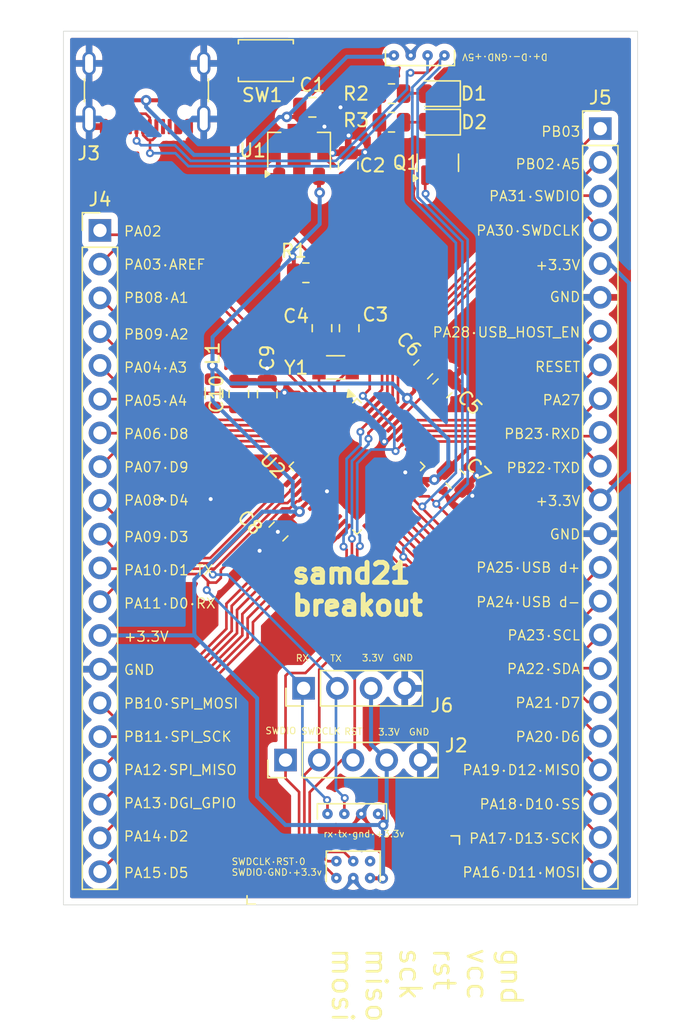
<source format=kicad_pcb>
(kicad_pcb
	(version 20240108)
	(generator "pcbnew")
	(generator_version "8.0")
	(general
		(thickness 1.6)
		(legacy_teardrops no)
	)
	(paper "A4")
	(layers
		(0 "F.Cu" signal)
		(31 "B.Cu" signal)
		(32 "B.Adhes" user "B.Adhesive")
		(33 "F.Adhes" user "F.Adhesive")
		(34 "B.Paste" user)
		(35 "F.Paste" user)
		(36 "B.SilkS" user "B.Silkscreen")
		(37 "F.SilkS" user "F.Silkscreen")
		(38 "B.Mask" user)
		(39 "F.Mask" user)
		(40 "Dwgs.User" user "User.Drawings")
		(41 "Cmts.User" user "User.Comments")
		(42 "Eco1.User" user "User.Eco1")
		(43 "Eco2.User" user "User.Eco2")
		(44 "Edge.Cuts" user)
		(45 "Margin" user)
		(46 "B.CrtYd" user "B.Courtyard")
		(47 "F.CrtYd" user "F.Courtyard")
		(48 "B.Fab" user)
		(49 "F.Fab" user)
		(50 "User.1" user)
		(51 "User.2" user)
		(52 "User.3" user)
		(53 "User.4" user)
		(54 "User.5" user)
		(55 "User.6" user)
		(56 "User.7" user)
		(57 "User.8" user)
		(58 "User.9" user)
	)
	(setup
		(pad_to_mask_clearance 0)
		(allow_soldermask_bridges_in_footprints no)
		(pcbplotparams
			(layerselection 0x00010fc_ffffffff)
			(plot_on_all_layers_selection 0x0000000_00000000)
			(disableapertmacros no)
			(usegerberextensions no)
			(usegerberattributes yes)
			(usegerberadvancedattributes yes)
			(creategerberjobfile yes)
			(dashed_line_dash_ratio 12.000000)
			(dashed_line_gap_ratio 3.000000)
			(svgprecision 4)
			(plotframeref no)
			(viasonmask no)
			(mode 1)
			(useauxorigin no)
			(hpglpennumber 1)
			(hpglpenspeed 20)
			(hpglpendiameter 15.000000)
			(pdf_front_fp_property_popups yes)
			(pdf_back_fp_property_popups yes)
			(dxfpolygonmode yes)
			(dxfimperialunits yes)
			(dxfusepcbnewfont yes)
			(psnegative no)
			(psa4output no)
			(plotreference yes)
			(plotvalue yes)
			(plotfptext yes)
			(plotinvisibletext no)
			(sketchpadsonfab no)
			(subtractmaskfromsilk no)
			(outputformat 1)
			(mirror no)
			(drillshape 0)
			(scaleselection 1)
			(outputdirectory "./samd21-breakout-v0.2")
		)
	)
	(net 0 "")
	(net 1 "+5V")
	(net 2 "GND")
	(net 3 "+3.3V")
	(net 4 "Net-(U2-PA00)")
	(net 5 "Net-(U2-PA01)")
	(net 6 "Net-(U2-VDDCORE)")
	(net 7 "Net-(U2-VDDANA)")
	(net 8 "PA25-USBd+")
	(net 9 "RESET")
	(net 10 "PA24-USBd-")
	(net 11 "PA14-D2")
	(net 12 "PB09-A2")
	(net 13 "PB08-A1")
	(net 14 "PA02")
	(net 15 "PA15-D5")
	(net 16 "PA06-D8")
	(net 17 "PA11-D0-RXI")
	(net 18 "PA13-DGI_GPIO")
	(net 19 "PA04-A3")
	(net 20 "PA09-D3")
	(net 21 "PB10-SPI_MOSI")
	(net 22 "PB11-SPI_SCK")
	(net 23 "PA10-D1-TX0")
	(net 24 "PA08-D4")
	(net 25 "PA07-D9")
	(net 26 "PA05-A4")
	(net 27 "PA03-AREF")
	(net 28 "PA12-SPI_MISO")
	(net 29 "PB22-TXD")
	(net 30 "PA20-D6")
	(net 31 "PA22-SDA")
	(net 32 "PB23-RXD")
	(net 33 "PB02-A5")
	(net 34 "PA23-SCL")
	(net 35 "PA18-D10-SS")
	(net 36 "PA27")
	(net 37 "PB03")
	(net 38 "PA21-D7")
	(net 39 "PA31-SWDIO")
	(net 40 "PA30-SWDCLK")
	(net 41 "PA28-USB_HOST_EN")
	(net 42 "PA19-D12-MISO")
	(net 43 "PA16-D11-MOSI")
	(net 44 "PA17-D13-SCK")
	(net 45 "Net-(D2-A)")
	(net 46 "Net-(D2-K)")
	(net 47 "Net-(D1-A)")
	(net 48 "unconnected-(J3-SBU1-PadA8)")
	(net 49 "unconnected-(J3-CC2-PadB5)")
	(net 50 "unconnected-(J3-CC1-PadA5)")
	(net 51 "unconnected-(J3-SBU2-PadB8)")
	(footprint "Capacitor_SMD:C_0805_2012Metric" (layer "F.Cu") (at 122.225 96.849999 -90))
	(footprint "My_footprint:pad-probe_1x04_P1.27mm_hole" (layer "F.Cu") (at 124.544 132.233))
	(footprint "Capacitor_SMD:C_0805_2012Metric" (layer "F.Cu") (at 132.28 108.18 -45))
	(footprint "Package_TO_SOT_SMD:SOT-23" (layer "F.Cu") (at 130.95 84.4 90))
	(footprint "Package_QFP:TQFP-48_7x7mm_P0.5mm" (layer "F.Cu") (at 124.862124 107.25 -45))
	(footprint "My_footprint:pad-probe_1x04_P1.27mm_hole" (layer "F.Cu") (at 129.546 77.492 180))
	(footprint "Resistor_SMD:R_0805_2012Metric" (layer "F.Cu") (at 127.4625 81.35 180))
	(footprint "Package_TO_SOT_SMD:SOT-89-3" (layer "F.Cu") (at 120.5 83.475 90))
	(footprint "Capacitor_SMD:C_0805_2012Metric" (layer "F.Cu") (at 118.1 101.82 90))
	(footprint "Capacitor_SMD:C_0805_2012Metric" (layer "F.Cu") (at 124.2 84.6 -90))
	(footprint "Connector_PinHeader_2.54mm:PinHeader_1x05_P2.54mm_Vertical" (layer "F.Cu") (at 119.48 129.35 90))
	(footprint "Inductor_SMD:L_0805_2012Metric" (layer "F.Cu") (at 113.99 101.75 90))
	(footprint "Resistor_SMD:R_0805_2012Metric" (layer "F.Cu") (at 121.0125 92.68))
	(footprint "Connector_PinHeader_2.54mm:PinHeader_1x04_P2.54mm_Vertical" (layer "F.Cu") (at 120.84 123.95 90))
	(footprint "LED_SMD:LED_0805_2012Metric" (layer "F.Cu") (at 130.9625 81.35 180))
	(footprint "Capacitor_SMD:C_0805_2012Metric" (layer "F.Cu") (at 129.85 99.95 -135))
	(footprint "Capacitor_SMD:C_0805_2012Metric" (layer "F.Cu") (at 121.5 80.225))
	(footprint "Connector_PinHeader_2.54mm:PinHeader_1x23_P2.54mm_Vertical" (layer "F.Cu") (at 143.19 81.83))
	(footprint "Button_Switch_SMD:SW_Push_SPST_NO_Alps_SKRK" (layer "F.Cu") (at 117.995 76.715))
	(footprint "Capacitor_SMD:C_0805_2012Metric" (layer "F.Cu") (at 124.275 96.85 -90))
	(footprint "Connector_USB:USB_C_Receptacle_GCT_USB4105-xx-A_16P_TopMnt_Horizontal" (layer "F.Cu") (at 109 78 180))
	(footprint "Capacitor_SMD:C_0805_2012Metric" (layer "F.Cu") (at 115.96 101.8 90))
	(footprint "LED_SMD:LED_0805_2012Metric" (layer "F.Cu") (at 130.9625 79.2 180))
	(footprint "Crystal:Crystal_SMD_3215-2Pin_3.2x1.5mm" (layer "F.Cu") (at 123.25 99.8))
	(footprint "Capacitor_SMD:C_0805_2012Metric" (layer "F.Cu") (at 131.3 101.375 45))
	(footprint "My_footprint:pad-probe_2x03_P1.27mm_hole" (layer "F.Cu") (at 124.579 137.595))
	(footprint "Resistor_SMD:R_0805_2012Metric" (layer "F.Cu") (at 127.4625 79.2 180))
	(footprint "Capacitor_SMD:C_0805_2012Metric" (layer "F.Cu") (at 118.95 112.15 -135))
	(footprint "Connector_PinHeader_2.54mm:PinHeader_1x20_P2.54mm_Vertical" (layer "F.Cu") (at 105.5 89.49))
	(gr_rect
		(start 102.75 74.5)
		(end 146 140.25)
		(stroke
			(width 0.05)
			(type default)
		)
		(fill none)
		(layer "Edge.Cuts")
		(uuid "84c8900c-642e-46f1-9900-bbdce55f4341")
	)
	(gr_text "PA24⋅USB d-"
		(at 141.74 117.9 0)
		(layer "F.SilkS")
		(uuid "00730e9b-7897-4a6c-ae57-cb83173ca897")
		(effects
			(font
				(size 0.75 0.75)
				(thickness 0.1)
			)
			(justify right bottom)
		)
	)
	(gr_text "+3.3V"
		(at 107.25 120.5 0)
		(layer "F.SilkS")
		(uuid "0ac4be82-8f78-4e87-b426-220a23e1bccf")
		(effects
			(font
				(size 0.75 0.75)
				(thickness 0.1)
			)
			(justify left bottom)
		)
	)
	(gr_text "PA18⋅D10⋅SS"
		(at 141.74 133.11 0)
		(layer "F.SilkS")
		(uuid "0ffd0f1e-2cf8-4241-8a3b-22548a8b3db4")
		(effects
			(font
				(size 0.75 0.75)
				(thickness 0.1)
			)
			(justify right bottom)
		)
	)
	(gr_text "PB23⋅RXD"
		(at 141.74 105.24 0)
		(layer "F.SilkS")
		(uuid "13bb1ba0-b0d0-43fe-95f5-f15d895356ac")
		(effects
			(font
				(size 0.75 0.75)
				(thickness 0.1)
			)
			(justify right bottom)
		)
	)
	(gr_text "PA31⋅SWDIO"
		(at 141.74 87.35 0)
		(layer "F.SilkS")
		(uuid "1a047fd9-1ed5-41d2-b81d-14b2a44cb977")
		(effects
			(font
				(size 0.75 0.75)
				(thickness 0.1)
			)
			(justify right bottom)
		)
	)
	(gr_text "+3.3V"
		(at 141.74 92.54 0)
		(layer "F.SilkS")
		(uuid "1a8cd086-1b54-4aa2-9476-49a50ff43feb")
		(effects
			(font
				(size 0.75 0.75)
				(thickness 0.1)
			)
			(justify right bottom)
		)
	)
	(gr_text "PA25⋅USB d+"
		(at 141.74 115.3 0)
		(layer "F.SilkS")
		(uuid "1e9407bc-1872-4a24-b312-36fc0b1ad691")
		(effects
			(font
				(size 0.75 0.75)
				(thickness 0.1)
			)
			(justify right bottom)
		)
	)
	(gr_text "PA17⋅D13⋅SCK"
		(at 141.74 135.69 0)
		(layer "F.SilkS")
		(uuid "1f54b193-38ae-4ee8-b8c9-ad9ad18ae02f")
		(effects
			(font
				(size 0.75 0.75)
				(thickness 0.1)
			)
			(justify right bottom)
		)
	)
	(gr_text "PB22⋅TXD"
		(at 141.74 107.8 0)
		(layer "F.SilkS")
		(uuid "258baa87-f7db-43a4-9fe4-8017c011907d")
		(effects
			(font
				(size 0.75 0.75)
				(thickness 0.1)
			)
			(justify right bottom)
		)
	)
	(gr_text "GND"
		(at 127.51 121.95 0)
		(layer "F.SilkS")
		(uuid "2f88c892-3a59-45a7-b0cf-2c8618fec903")
		(effects
			(font
				(size 0.5 0.5)
				(thickness 0.075)
			)
			(justify left bottom)
		)
	)
	(gr_text "GND"
		(at 128.73 127.53 0)
		(layer "F.SilkS")
		(uuid "310d7231-f5c5-4be1-b34d-5246d6377e48")
		(effects
			(font
				(size 0.5 0.5)
				(thickness 0.075)
			)
			(justify left bottom)
		)
	)
	(gr_text "gnd\nvcc\nrst\nsck\nmiso\nmosi\n"
		(at 137.42 143.38 270)
		(layer "F.SilkS")
		(uuid "38e9c37f-b153-4ae9-8d98-69d3b4bae399")
		(effects
			(font
				(size 1.58 1.58)
				(thickness 0.2)
			)
			(justify left top)
		)
	)
	(gr_text "3.3V"
		(at 126.41 127.54 0)
		(layer "F.SilkS")
		(uuid "3a3ac4ce-75ac-4ee8-95c2-de4eafc98ec3")
		(effects
			(font
				(size 0.5 0.5)
				(thickness 0.075)
			)
			(justify left bottom)
		)
	)
	(gr_text "SWDCLK"
		(at 120.61 127.47 0)
		(layer "F.SilkS")
		(uuid "402e240d-ebcd-4209-a156-e1fcdf34ee3f")
		(effects
			(font
				(size 0.5 0.5)
				(thickness 0.075)
			)
			(justify left bottom)
		)
	)
	(gr_text "GND"
		(at 141.74 112.8 0)
		(layer "F.SilkS")
		(uuid "425ee62f-4f87-4aa7-bd10-bf26bd18afb8")
		(effects
			(font
				(size 0.75 0.75)
				(thickness 0.1)
			)
			(justify right bottom)
		)
	)
	(gr_text "PA21⋅D7"
		(at 141.73 125.48 0)
		(layer "F.SilkS")
		(uuid "429ade3f-5d81-4523-88c3-60850f7e81f5")
		(effects
			(font
				(size 0.75 0.75)
				(thickness 0.1)
			)
			(justify right bottom)
		)
	)
	(gr_text "PB08⋅A1"
		(at 107.25 95 0)
		(layer "F.SilkS")
		(uuid "49182064-9104-4d38-a8f9-d0e27f4e27fe")
		(effects
			(font
				(size 0.75 0.75)
				(thickness 0.1)
			)
			(justify left bottom)
		)
	)
	(gr_text "PA08⋅D4"
		(at 107.25 110.25 0)
		(layer "F.SilkS")
		(uuid "49edef2c-64ed-4527-82c5-b5bcbcd5fabc")
		(effects
			(font
				(size 0.75 0.75)
				(thickness 0.1)
			)
			(justify left bottom)
		)
	)
	(gr_text "RX"
		(at 120.21 121.97 0)
		(layer "F.SilkS")
		(uuid "4e9ba158-c807-482b-8935-175296787bd8")
		(effects
			(font
				(size 0.5 0.5)
				(thickness 0.075)
			)
			(justify left bottom)
		)
	)
	(gr_text "PA04⋅A3"
		(at 107.25 100.25 0)
		(layer "F.SilkS")
		(uuid "511f26ad-f488-4c0c-9a23-c0bbb4bb6434")
		(effects
			(font
				(size 0.75 0.75)
				(thickness 0.1)
			)
			(justify left bottom)
		)
	)
	(gr_text "PA22⋅SDA"
		(at 141.73 122.93 0)
		(layer "F.SilkS")
		(uuid "5b5ece95-0d4a-44fe-97ff-a7b5e4404836")
		(effects
			(font
				(size 0.75 0.75)
				(thickness 0.1)
			)
			(justify right bottom)
		)
	)
	(gr_text "PB11⋅SPI_SCK"
		(at 107.24 128.03 0)
		(layer "F.SilkS")
		(uuid "63bc2e8a-421d-42a9-aad2-1e4ec6b7781c")
		(effects
			(font
				(size 0.75 0.75)
				(thickness 0.1)
			)
			(justify left bottom)
		)
	)
	(gr_text "PA02"
		(at 107.25 90 0)
		(layer "F.SilkS")
		(uuid "67338ee7-49a3-4030-82f2-00eaf1d46577")
		(effects
			(font
				(size 0.75 0.75)
				(thickness 0.1)
			)
			(justify left bottom)
		)
	)
	(gr_text "PA20⋅D6"
		(at 141.74 128.04 0)
		(layer "F.SilkS")
		(uuid "6a499bd6-6ce3-4354-a3fb-0fd2f7517381")
		(effects
			(font
				(size 0.75 0.75)
				(thickness 0.1)
			)
			(justify right bottom)
		)
	)
	(gr_text "PA28⋅USB_HOST_EN"
		(at 141.74 97.6 0)
		(layer "F.SilkS")
		(uuid "6bc9d09c-90c6-4417-97f6-53280e5c5b80")
		(effects
			(font
				(size 0.75 0.75)
				(thickness 0.1)
			)
			(justify right bottom)
		)
	)
	(gr_text "PA23⋅SCL"
		(at 141.73 120.4 0)
		(layer "F.SilkS")
		(uuid "70829bf1-0641-4b77-a58b-7e0eabfe93a4")
		(effects
			(font
				(size 0.75 0.75)
				(thickness 0.1)
			)
			(justify right bottom)
		)
	)
	(gr_text "+3.3V"
		(at 141.74 110.29 0)
		(layer "F.SilkS")
		(uuid "73aa8a34-7adb-45ab-940f-99db8aae0063")
		(effects
			(font
				(size 0.75 0.75)
				(thickness 0.1)
			)
			(justify right bottom)
		)
	)
	(gr_text "PA07⋅D9"
		(at 107.25 107.75 0)
		(layer "F.SilkS")
		(uuid "74115ef4-0da7-45cc-bfbf-e45ee30678fa")
		(effects
			(font
				(size 0.75 0.75)
				(thickness 0.1)
			)
			(justify left bottom)
		)
	)
	(gr_text "PA03⋅AREF"
		(at 107.25 92.5 0)
		(layer "F.SilkS")
		(uuid "78561343-c13a-4fc7-85d2-588462d09ab7")
		(effects
			(font
				(size 0.75 0.75)
				(thickness 0.1)
			)
			(justify left bottom)
		)
	)
	(gr_text "SWDCLK⋅RST⋅0\nSWDIO⋅GND⋅+3.3v"
		(at 115.38 138.09 0)
		(layer "F.SilkS")
		(uuid "7f93f0c0-4154-46c4-b6e6-5b5fa3498fbd")
		(effects
			(font
				(size 0.5 0.5)
				(thickness 0.075)
			)
			(justify left bottom)
		)
	)
	(gr_text "PA14⋅D2"
		(at 107.24 135.53 0)
		(layer "F.SilkS")
		(uuid "83e918ed-c9a1-46d3-afd8-3acb13a1d0cf")
		(effects
			(font
				(size 0.75 0.75)
				(thickness 0.1)
			)
			(justify left bottom)
		)
	)
	(gr_text "PB03"
		(at 141.75 82.5 0)
		(layer "F.SilkS")
		(uuid "85a2700b-c1ad-4a72-8fb7-3e2f7f9e3605")
		(effects
			(font
				(size 0.75 0.75)
				(thickness 0.1)
			)
			(justify right bottom)
		)
	)
	(gr_text "PA16⋅D11⋅MOSI"
		(at 141.74 138.24 0)
		(layer "F.SilkS")
		(uuid "872eb420-381b-4260-a1cd-88e613f13bcb")
		(effects
			(font
				(size 0.75 0.75)
				(thickness 0.1)
			)
			(justify right bottom)
		)
	)
	(gr_text "TX"
		(at 122.8 121.99 0)
		(layer "F.SilkS")
		(uuid "924eabc3-94bb-48d5-b5f6-2d6e684588a7")
		(effects
			(font
				(size 0.5 0.5)
				(thickness 0.075)
			)
			(justify left bottom)
		)
	)
	(gr_text "PA19⋅D12⋅MISO"
		(at 141.74 130.54 0)
		(layer "F.SilkS")
		(uuid "959c4ce5-2002-4154-8a1a-d8224254fb2a")
		(effects
			(font
				(size 0.75 0.75)
				(thickness 0.1)
			)
			(justify right bottom)
		)
	)
	(gr_text "PA15⋅D5"
		(at 107.24 138.28 0)
		(layer "F.SilkS")
		(uuid "95b84aae-064e-451c-9357-59937f9e37ae")
		(effects
			(font
				(size 0.75 0.75)
				(thickness 0.1)
			)
			(justify left bottom)
		)
	)
	(gr_text "PA30⋅SWDCLK"
		(at 141.74 89.94 0)
		(layer "F.SilkS")
		(uuid "9e05299f-a88f-42bb-ba5a-33f935e3c461")
		(effects
			(font
				(size 0.75 0.75)
				(thickness 0.1)
			)
			(justify right bottom)
		)
	)
	(gr_text "D+⋅D-⋅GND⋅+5V"
		(at 132.74 76.15 180)
		(layer "F.SilkS")
		(uuid "a17263ae-a7db-45da-a3f0-f81cf1db4d4b")
		(effects
			(font
				(size 0.5 0.5)
				(thickness 0.075)
			)
			(justify right bottom)
		)
	)
	(gr_text "GND"
		(at 107.25 123 0)
		(layer "F.SilkS")
		(uuid "a193af7a-981e-41cb-8910-6ac4786a97b8")
		(effects
			(font
				(size 0.75 0.75)
				(thickness 0.1)
			)
			(justify left bottom)
		)
	)
	(gr_text "RST"
		(at 123.86 127.5 0)
		(layer "F.SilkS")
		(uuid "ae9477be-1129-46c8-bd7c-bf09859e1085")
		(effects
			(font
				(size 0.5 0.5)
				(thickness 0.075)
			)
			(justify left bottom)
		)
	)
	(gr_text "PA27"
		(at 141.74 102.7 0)
		(layer "F.SilkS")
		(uuid "b55581d5-3136-487e-bc7d-d64db02d9e39")
		(effects
			(font
				(size 0.75 0.75)
				(thickness 0.1)
			)
			(justify right bottom)
		)
	)
	(gr_text "PA12⋅SPI_MISO"
		(at 107.24 130.53 0)
		(layer "F.SilkS")
		(uuid "b6c9baf2-f6eb-43bc-8a3c-52816a00a105")
		(effects
			(font
				(size 0.75 0.75)
				(thickness 0.1)
			)
			(justify left bottom)
		)
	)
	(gr_text "GND"
		(at 141.74 94.94 0)
		(layer "F.SilkS")
		(uuid "b75f3ffb-a725-46af-9ae7-17a959291052")
		(effects
			(font
				(size 0.75 0.75)
				(thickness 0.1)
			)
			(justify right bottom)
		)
	)
	(gr_text "SWDIO"
		(at 117.92 127.44 0)
		(layer "F.SilkS")
		(uuid "bf75db69-2a6b-4780-b17d-d179ed5eaf8c")
		(effects
			(font
				(size 0.5 0.5)
				(thickness 0.075)
			)
			(justify left bottom)
		)
	)
	(gr_text "PA05⋅A4"
		(at 107.25 102.75 0)
		(layer "F.SilkS")
		(uuid "c636330a-ba90-4e56-87ad-69601a13bc5f")
		(effects
			(font
				(size 0.75 0.75)
				(thickness 0.1)
			)
			(justify left bottom)
		)
	)
	(gr_text "PA09⋅D3"
		(at 107.25 113 0)
		(layer "F.SilkS")
		(uuid "d32ac23e-8647-4202-9c59-19be43b57a18")
		(effects
			(font
				(size 0.75 0.75)
				(thickness 0.1)
			)
			(justify left bottom)
		)
	)
	(gr_text "PA10⋅D1⋅TX"
		(at 107.25 115.5 0)
		(layer "F.SilkS")
		(uuid "d3514576-f9e5-40e2-a32c-a8f6771d0fc8")
		(effects
			(font
				(size 0.75 0.75)
				(thickness 0.1)
			)
			(justify left bottom)
		)
	)
	(gr_text "3.3V"
		(at 125.19 121.96 0)
		(layer "F.SilkS")
		(uuid "dee6c40d-aebb-480a-a7c8-ec3884b9fa76")
		(effects
			(font
				(size 0.5 0.5)
				(thickness 0.075)
			)
			(justify left bottom)
		)
	)
	(gr_text "PB09⋅A2"
		(at 107.25 97.75 0)
		(layer "F.SilkS")
		(uuid "e0bd88bd-19c7-451e-b94d-bb46ea9a8ff4")
		(effects
			(font
				(size 0.75 0.75)
				(thickness 0.1)
			)
			(justify left bottom)
		)
	)
	(gr_text "PA06⋅D8"
		(at 107.25 105.25 0)
		(layer "F.SilkS")
		(uuid "e5cd5abd-d521-4e69-848b-7cf4affbeb2c")
		(effects
			(font
				(size 0.75 0.75)
				(thickness 0.1)
			)
			(justify left bottom)
		)
	)
	(gr_text "rx⋅tx⋅gnd⋅+3.3v"
		(at 122.29 135.2 0)
		(layer "F.SilkS")
		(uuid "ec123a95-e484-440b-b212-117e52344695")
		(effects
			(font
				(size 0.5 0.5)
				(thickness 0.075)
			)
			(justify left bottom)
		)
	)
	(gr_text "PB10⋅SPI_MOSI"
		(at 107.24 125.53 0)
		(layer "F.SilkS")
		(uuid "ed417f90-dbb6-44ed-b552-5d858fb926ef")
		(effects
			(font
				(size 0.75 0.75)
				(thickness 0.1)
			)
			(justify left bottom)
		)
	)
	(gr_text "samd21\nbreakout"
		(at 119.8 118.59 0)
		(layer "F.SilkS")
		(uuid "efc9228a-33bb-4669-b870-10e08e597cb0")
		(effects
			(font
				(size 1.5 1.5)
				(thickness 0.5)
			)
			(justify left bottom)
		)
	)
	(gr_text "PA13⋅DGI_GPIO"
		(at 107.24 133.03 0)
		(layer "F.SilkS")
		(uuid "f61478b0-8576-4950-9246-047a1a57338a")
		(effects
			(font
				(size 0.75 0.75)
				(thickness 0.1)
			)
			(justify left bottom)
		)
	)
	(gr_text "PB02⋅A5"
		(at 141.74 84.94 0)
		(layer "F.SilkS")
		(uuid "f7b0abcf-5a69-4ddb-b7b2-70ac5442d158")
		(effects
			(font
				(size 0.75 0.75)
				(thickness 0.1)
			)
			(justify right bottom)
		)
	)
	(gr_text "RESET"
		(at 141.74 100.2 0)
		(layer "F.SilkS")
		(uuid "f7fb3fde-ffe7-4b5a-b8df-2dd7724095c4")
		(effects
			(font
				(size 0.75 0.75)
				(thickness 0.1)
			)
			(justify right bottom)
		)
	)
	(gr_text "PA11⋅D0⋅RX"
		(at 107.25 118 0)
		(layer "F.SilkS")
		(uuid "f88a31c3-c202-479b-b0b7-642ddc307355")
		(effects
			(font
				(size 0.75 0.75)
				(thickness 0.1)
			)
			(justify left bottom)
		)
	)
	(segment
		(start 120.175 80.95)
		(end 120.55 81.325)
		(width 0.3)
		(layer "F.Cu")
		(net 1)
		(uuid "054546e0-2b1a-4aee-a7ee-74d9eed96234")
	)
	(segment
		(start 120.55 80.225)
		(end 120.55 81.325)
		(width 0.3)
		(layer "F.Cu")
		(net 1)
		(uuid "3b196ca2-f547-4053-9e6d-0d7ef886852e")
	)
	(segment
		(start 119.575 80.95)
		(end 120.175 80.95)
		(width 0.3)
		(layer "F.Cu")
		(net 1)
		(uuid "6b627be9-542a-4529-8f2e-2a3db1b0388f")
	)
	(segment
		(start 108.975 79.7)
		(end 108.040305 79.7)
		(width 0.3)
		(layer "F.Cu")
		(net 1)
		(uuid "6c902a83-8a29-414a-921e-b1362b4b4f2d")
	)
	(segment
		(start 106.6 81.140305)
		(end 106.6 81.68)
		(width 0.3)
		(layer "F.Cu")
		(net 1)
		(uuid "77b5d2d6-6e06-4a41-b658-ac397241b574")
	)
	(segment
		(start 120.55 81.325)
		(end 120.55 85.2875)
		(width 0.3)
		(layer "F.Cu")
		(net 1)
		(uuid "8fdbcd8f-7b04-40bd-b9c5-824ced1c5534")
	)
	(segment
		(start 108.975 79.7)
		(end 109.94812 79.7)
		(width 0.3)
		(layer "F.Cu")
		(net 1)
		(uuid "c242308c-c705-47db-8802-a6c972b8c9e4")
	)
	(segment
		(start 108.040305 79.7)
		(end 106.6 81.140305)
		(width 0.3)
		(layer "F.Cu")
		(net 1)
		(uuid "d1c6d5c3-6198-42a6-8821-cce77301567b")
	)
	(segment
		(start 109.94812 79.7)
		(end 111.4 81.15188)
		(width 0.3)
		(layer "F.Cu")
		(net 1)
		(uuid "e1a7a118-4a0c-466d-b806-8b64984d3328")
	)
	(segment
		(start 111.4 81.15188)
		(end 111.4 81.68)
		(width 0.3)
		(layer "F.Cu")
		(net 1)
		(uuid "f467257c-951d-4d62-81d6-a4827b3d4610")
	)
	(via
		(at 119.575 80.95)
		(size 0.8)
		(drill 0.4)
		(layers "F.Cu" "B.Cu")
		(net 1)
		(uuid "17825428-bfb4-46ee-8f6d-0a238a3cc5cc")
	)
	(via
		(at 108.975 79.7)
		(size 0.8)
		(drill 0.4)
		(layers "F.Cu" "B.Cu")
		(net 1)
		(uuid "e1d44a58-51ae-4356-8c04-082c00afa950")
	)
	(segment
		(start 119.01 80.95)
		(end 116.15 83.81)
		(width 0.3)
		(layer "B.Cu")
		(net 1)
		(uuid "083cac00-07d1-4fb7-bf9d-73ee0f64391b")
	)
	(segment
		(start 126.9 76.325)
		(end 127.64 76.325)
		(width 0.3)
		(layer "B.Cu")
		(net 1)
		(uuid "11551b93-3159-4e41-9a74-eb2527091e85")
	)
	(segment
		(start 108.975 80.205)
		(end 108.975 79.7)
		(width 0.3)
		(layer "B.Cu")
		(net 1)
		(uuid "14a189e6-1bad-4268-9640-68372b1b0542")
	)
	(segment
		(start 116.15 83.81)
		(end 112.58 83.81)
		(width 0.3)
		(layer "B.Cu")
		(net 1)
		(uuid "1e372007-d5b0-4971-a1ed-cf457c44c2cd")
	)
	(segment
		(start 126.8 76.425)
		(end 124.1 76.425)
		(width 0.3)
		(layer "B.Cu")
		(net 1)
		(uuid "28428f24-a436-4bf4-a70b-6a9760bdd36d")
	)
	(segment
		(start 112.58 83.81)
		(end 108.975 80.205)
		(width 0.3)
		(layer "B.Cu")
		(net 1)
		(uuid "284442d7-55a5-495d-93c0-1d62e3d8fe44")
	)
	(segment
		(start 119.575 80.95)
		(end 119.01 80.95)
		(width 0.3)
		(layer "B.Cu")
		(net 1)
		(uuid "36c4ae12-3a42-4fb2-9aa7-d311c0f05e90")
	)
	(segment
		(start 124.1 76.425)
		(end 119.575 80.95)
		(width 0.3)
		(layer "B.Cu")
		(net 1)
		(uuid "458322a2-57f5-4792-af08-34d16a515a69")
	)
	(segment
		(start 126.8 76.425)
		(end 126.9 76.325)
		(width 0.3)
		(layer "B.Cu")
		(net 1)
		(uuid "7860cf0b-8250-4cad-9415-740ec9f325d5")
	)
	(segment
		(start 118.9 112.2)
		(end 118.278249 112.821751)
		(width 0.3)
		(layer "F.Cu")
		(net 2)
		(uuid "0207cc63-a202-4600-a207-fdd3f864c911")
	)
	(segment
		(start 128.5 107.705896)
		(end 129.396446 108.602342)
		(width 0.3)
		(layer "F.Cu")
		(net 2)
		(uuid "09ab84a6-1057-4264-a1d1-e1bfaadc1ea5")
	)
	(segment
		(start 119.4 101.7)
		(end 118.929999 101.7)
		(width 0.3)
		(layer "F.Cu")
		(net 2)
		(uuid "1a50cf3b-ed1f-4e3f-ad5d-1952fd67a1f6")
	)
	(segment
		(start 118.9 112.175)
		(end 118.9 112.2)
		(width 0.3)
		(layer "F.Cu")
		(net 2)
		(uuid "553fef92-5c47-4671-93cb-bcc1fc17c149")
	)
	(segment
		(start 126.92 105.38)
		(end 127.085678 105.38)
		(width 0.3)
		(layer "F.Cu")
		(net 2)
		(uuid "65cdb944-fa19-45ec-81b7-e9697386a3ff")
	)
	(segment
		(start 121.861393 103.188607)
		(end 121.861393 103.090936)
		(width 0.3)
		(layer "F.Cu")
		(net 2)
		(uuid "670ea6cd-c00a-4b19-b90b-a93e41c1f912")
	)
	(segment
		(start 128.5 107.7)
		(end 128.5 107.705896)
		(width 0.3)
		(layer "F.Cu")
		(net 2)
		(uuid "6c7f25be-16cb-43f0-a326-8296a65714eb")
	)
	(segment
		(start 121.861393 103.090936)
		(end 121.860936 103.090936)
		(width 0.3)
		(layer "F.Cu")
		(net 2)
		(uuid "92cc8c9e-90ca-4e9d-809f-d107cb6d239a")
	)
	(segment
		(start 120.47 101.7)
		(end 119.4 101.7)
		(width 0.3)
		(layer "F.Cu")
		(net 2)
		(uuid "9ff56f00-48f2-4950-b1cc-959cfedbefc1")
	)
	(segment
		(start 122.449122 103.776338)
		(end 121.861393 103.188607)
		(width 0.3)
		(layer "F.Cu")
		(net 2)
		(uuid "a3817a89-6418-4e5e-8560-14ac8c3d8d99")
	)
	(segment
		(start 122.6 109.15857)
		(end 121.742015 110.016555)
		(width 0.3)
		(layer "F.Cu")
		(net 2)
		(uuid "b0efb133-8cc2-4132-a0cc-5dc013f01a60")
	)
	(segment
		(start 121.860936 103.090936)
		(end 120.47 101.7)
		(width 0.3)
		(layer "F.Cu")
		(net 2)
		(uuid "ba70c9fd-9b24-4a37-aa7e-ac769d41b930")
	)
	(segment
		(start 118.929999 101.7)
		(end 118.1 100.870001)
		(width 0.3)
		(layer "F.Cu")
		(net 2)
		(uuid "d3d76ca2-0ddd-40b6-ab19-e31ba3e98466")
	)
	(segment
		(start 127.085678 105.38)
		(end 127.982233 104.483445)
		(width 0.3)
		(layer "F.Cu")
		(net 2)
		(uuid "d5537b3b-9c16-4ea4-92ee-a7db67cc438a")
	)
	(segment
		(start 122.6 109.125)
		(end 122.6 109.15857)
		(width 0.3)
		(layer "F.Cu")
		(net 2)
		(uuid "fe603adb-bad4-43d4-a0af-1ee146dd5b6c")
	)
	(via
		(at 133.55 109.46)
		(size 0.6)
		(drill 0.3)
		(layers "F.Cu" "B.Cu")
		(free yes)
		(net 2)
		(uuid "04055570-d689-42c8-9bf4-a5788737aa03")
	)
	(via
		(at 117.525 113.6)
		(size 0.6)
		(drill 0.3)
		(layers "F.Cu" "B.Cu")
		(free yes)
		(net 2)
		(uuid "0bb15075-31cf-4153-97cb-af31e4a9601b")
	)
	(via
		(at 118.09 99.87)
		(size 0.6)
		(drill 0.3)
		(layers "F.Cu" "B.Cu")
		(free yes)
		(net 2)
		(uuid "0c8e260e-6867-405b-a59b-0908815d6861")
	)
	(via
		(at 122.6 109.125)
		(size 0.6)
		(drill 0.3)
		(layers "F.Cu" "B.Cu")
		(free yes)
		(net 2)
		(uuid "1d893157-f8fc-4f85-a2f1-eefbc4b58c1b")
	)
	(via
		(at 125.47 83.61)
		(size 0.6)
		(drill 0.3)
		(layers "F.Cu" "B.Cu")
		(free yes)
		(net 2)
		(uuid "3a4ecc81-9f98-4236-ac09-0e8caa9fd59a")
	)
	(via
		(at 113.84 109.71)
		(size 0.6)
		(drill 0.3)
		(layers "F.Cu" "B.Cu")
		(free yes)
		(net 2)
		(uuid "48ef149f-4c6f-4d21-b9f0-419ba4110f0e")
	)
	(via
		(at 123.62 80.23)
		(size 0.6)
		(drill 0.3)
		(layers "F.Cu" "B.Cu")
		(free yes)
		(net 2)
		(uuid "6618d9b5-9345-4204-b0f5-00fb759eee1e")
	)
	(via
		(at 124.23 82.35)
		(size 0.6)
		(drill 0.3)
		(layers "F.Cu" "B.Cu")
		(free yes)
		(net 2)
		(uuid "73775044-a651-4734-b523-347d17ac44b5")
	)
	(via
		(at 133.89 107.95)
		(size 0.6)
		(drill 0.3)
		(layers "F.Cu" "B.Cu")
		(free yes)
		(net 2)
		(uuid "752aa0e1-2cf2-44cf-bb48-f2aa36075880")
	)
	(via
		(at 126.92 105.38)
		(size 0.6)
		(drill 0.3)
		(layers "F.Cu" "B.Cu")
		(free yes)
		(net 2)
		(uuid "a5e0bbb6-4e27-4df0-95ef-d8d9d3edf491")
	)
	(via
		(at 119.4 101.7)
		(size 0.6)
		(drill 0.3)
		(layers "F.Cu" "B.Cu")
		(net 2)
		(uuid "bad52bc7-30f8-4d02-946f-bf5f7389fec4")
	)
	(via
		(at 118.9 112.175)
		(size 0.6)
		(drill 0.3)
		(layers "F.Cu" "B.Cu")
		(free yes)
		(net 2)
		(uuid "bd2d30fd-a6ec-4d74-b4f2-532b86efb08c")
	)
	(via
		(at 110.17 109.71)
		(size 0.6)
		(drill 0.3)
		(layers "F.Cu" "B.Cu")
		(free yes)
		(net 2)
		(uuid "d24c9525-3a26-4093-87fc-90ae583e5dc6")
	)
	(via
		(at 122.41 81.68)
		(size 0.6)
		(drill 0.3)
		(layers "F.Cu" "B.Cu")
		(free yes)
		(net 2)
		(uuid "d5bedc7e-1f93-4872-a10a-2de5c39bc320")
	)
	(via
		(at 123.02 83.66)
		(size 0.6)
		(drill 0.3)
		(layers "F.Cu" "B.Cu")
		(free yes)
		(net 2)
		(uuid "dce7907d-2125-451c-90df-1bcddce28f2d")
	)
	(via
		(at 128.5 107.7)
		(size 0.6)
		(drill 0.3)
		(layers "F.Cu" "B.Cu")
		(free yes)
		(net 2)
		(uuid "ec9c6d0e-0466-4bd0-8c2e-e0349a6aec12")
	)
	(segment
		(start 131.608249 107.508249)
		(end 133.256498 105.86)
		(width 0.3)
		(layer "F.Cu")
		(net 3)
		(uuid "1337619a-bcba-4961-98c7-7f5d99e58ed2")
	)
	(segment
		(start 122.025 86.65)
		(end 122.05 86.65)
		(width 0.3)
		(layer "F.Cu")
		(net 3)
		(uuid "1b830dba-1c2e-4b79-8e4c-8bb7e61a2b7f")
	)
	(segment
		(start 130.951212 108.248788)
		(end 131.5 107.7)
		(width 0.4)
		(layer "F.Cu")
		(net 3)
		(uuid "237acc97-a49a-4460-8cb2-c70bc64710d8")
	)
	(segment
		(start 126.55 79.2)
		(end 126.55 81.35)
		(width 0.3)
		(layer "F.Cu")
		(net 3)
		(uuid "251a6e33-5754-483b-b8e2-dd0043d6545b")
	)
	(segment
		(start 113.97 99.67)
		(end 113.97 100.6675)
		(width 0.3)
		(layer "F.Cu")
		(net 3)
		(uuid "26534f19-e51d-43de-8b1c-90f5e4a907e3")
	)
	(segment
		(start 120.794056 110.25741)
		(end 119.621751 111.429715)
		(width 0.3)
		(layer "F.Cu")
		(net 3)
		(uuid "304c91aa-88ed-4dd9-b3f7-b1932f6e2da8")
	)
	(segment
		(start 133.256498 105.86)
		(end 139.325 105.86)
		(width 0.3)
		(layer "F.Cu")
		(net 3)
		(uuid "351b339a-db43-46ad-b904-9081484bbf8c")
	)
	(segment
		(start 126.83 134.24)
		(end 126.83 133.78)
		(width 0.3)
		(layer "F.Cu")
		(net 3)
		(uuid "35210c34-bf72-41b8-9d54-3a66fc2e9e68")
	)
	(segment
		(start 125.87 138.25)
		(end 125.85 138.23)
		(width 0.3)
		(layer "F.Cu")
		(net 3)
		(uuid "35845d6e-732a-424f-b6e6-c67ad4089766")
	)
	(segment
		(start 139.325 105.86)
		(end 143.2 109.735)
		(width 0.3)
		(layer "F.Cu")
		(net 3)
		(uuid "3b58aa9e-d1bc-4f27-bcdf-43b4a1c4b888")
	)
	(segment
		(start 126.8 138.25)
		(end 125.87 138.25)
		(width 0.3)
		(layer "F.Cu")
		(net 3)
		(uuid "3de1559c-6f8b-48c2-a30c-f24186c5d22c")
	)
	(segment
		(start 128.65 102.401464)
		(end 127.275126 103.776338)
		(width 0.3)
		(layer "F.Cu")
		(net 3)
		(uuid "4c9b1443-2fcd-4325-98ed-6593a2166a5b")
	)
	(segment
		(start 120.1 91.53)
		(end 120.02 91.45)
		(width 0.3)
		(layer "F.Cu")
		(net 3)
		(uuid "561684d6-d2bf-41e7-8021-5eb7e6622992")
	)
	(segment
		(start 126.55 84.96)
		(end 126.55 81.35)
		(width 0.3)
		(layer "F.Cu")
		(net 3)
		(uuid "5dcbb5ba-2026-4c18-bcbd-779d694a8d3e")
	)
	(segment
		(start 128.65 102.118621)
		(end 128.65 102.401464)
		(width 0.3)
		(layer "F.Cu")
		(net 3)
		(uuid "60c4cc3b-93dd-4035-83e9-d8aaaa57a2cd")
	)
	(segment
		(start 122 85.425)
		(end 122 86.675)
		(width 0.3)
		(layer "F.Cu")
		(net 3)
		(uuid "6c71f2f0-8b0f-4d91-8755-92f064e26f8d")
	)
	(segment
		(start 124.2 85.55)
		(end 125.96 85.55)
		(width 0.3)
		(layer "F.Cu")
		(net 3)
		(uuid "6dad00e1-916e-42bf-abf9-1c10d9e9d83f")
	)
	(segment
		(start 125.96 85.55)
		(end 126.55 84.96)
		(width 0.3)
		(layer "F.Cu")
		(net 3)
		(uuid "7de8fb53-7805-462f-a442-b836aa7cd310")
	)
	(segment
		(start 122 86.675)
		(end 122.025 86.65)
		(width 0.3)
		(layer "F.Cu")
		(net 3)
		(uuid "81ba4f9a-fe47-44bd-9842-0e217d50a9b6")
	)
	(segment
		(start 130.69 108.248788)
		(end 130.951212 108.248788)
		(width 0.4)
		(layer "F.Cu")
		(net 3)
		(uuid "8c3aa45d-1e52-4b0a-a10a-7378e10aa77c")
	)
	(segment
		(start 129.75 108.248788)
		(end 130.69 108.248788)
		(width 0.4)
		(layer "F.Cu")
		(net 3)
		(uuid "9181291c-a103-4ea8-acef-4f160f825b99")
	)
	(segment
		(start 122 85.425)
		(end 124.075 85.425)
		(width 0.3)
		(layer "F.Cu")
		(net 3)
		(uuid "95c523b2-112e-499c-8d83-c854c1c11933")
	)
	(segment
		(start 121.388462 109.663002)
		(end 120.794056 110.25741)
		(width 0.3)
		(layer "F.Cu")
		(net 3)
		(uuid "9adf417c-bd36-4cb4-9186-f55d993664fe")
	)
	(segment
		(start 129.178249 100.621751)
		(end 129.178249 101.590372)
		(width 0.3)
		(layer "F.Cu")
		(net 3)
		(uuid "c967b7dc-d235-445d-9c13-7f3742b2d0b8")
	)
	(segment
		(start 120.1 92.68)
		(end 120.1 91.53)
		(width 0.3)
		(layer "F.Cu")
		(net 3)
		(uuid "cde69f1c-f646-4fc8-afca-a0eadb52f1c0")
	)
	(segment
		(start 126.83 133.78)
		(end 126.45 133.4)
		(width 0.3)
		(layer "F.Cu")
		(net 3)
		(uuid "d25c3f0a-2f8e-4d8d-9903-7a6afcfceae9")
	)
	(segment
		(start 129.178249 101.590372)
		(end 128.65 102.118621)
		(width 0.3)
		(layer "F.Cu")
		(net 3)
		(uuid "fe57e786-b9d9-41c8-a300-b652f911961d")
	)
	(via
		(at 120.02 91.45)
		(size 0.6)
		(drill 0.3)
		(layers "F.Cu" "B.Cu")
		(net 3)
		(uuid "016a5338-dc00-4641-a6cc-6ed7539d960c")
	)
	(via
		(at 126.83 134.24)
		(size 0.8)
		(drill 0.4)
		(layers "F.Cu" "B.Cu")
		(net 3)
		(uuid "2e1104f2-6eef-44b4-9bed-7224696bf8b7")
	)
	(via
		(at 126.8 138.25)
		(size 0.8)
		(drill 0.4)
		(layers "F.Cu" "B.Cu")
		(net 3)
		(uuid "5e670826-983c-4557-b82f-3e2d8bba28c2")
	)
	(via
		(at 122.05 86.65)
		(size 0.8)
		(drill 0.4)
		(layers "F.Cu" "B.Cu")
		(net 3)
		(uuid "65a565af-6e16-4e54-b28a-a532fd78b437")
	)
	(via
		(at 120.536443 110.656443)
		(size 0.8)
		(drill 0.4)
		(layers "F.Cu" "B.Cu")
		(net 3)
		(uuid "69f9c10c-0c53-4c4c-a195-d65edcb28066")
	)
	(via
		(at 130.69 108.248788)
		(size 0.8)
		(drill 0.4)
		(layers "F.Cu" "B.Cu")
		(net 3)
		(uuid "840fdb7f-21ae-42bd-ae6c-ba2ec16fd17d")
	)
	(via
		(at 113.97 99.67)
		(size 0.8)
		(drill 0.4)
		(layers "F.Cu" "B.Cu")
		(net 3)
		(uuid "c70cf229-ec70-4c2d-a425-8be62b32925c")
	)
	(via
		(at 128.65 102.118621)
		(size 0.8)
		(drill 0.4)
		(layers "F.Cu" "B.Cu")
		(net 3)
		(uuid "e7175b66-f8d7-48c5-8d31-8e6dee1ec786")
	)
	(segment
		(start 131.74 107.198788)
		(end 130.69 108.248788)
		(width 0.3)
		(layer "B.Cu")
		(net 3)
		(uuid "01e049dc-df5d-4bd3-b651-3cdb4e000323")
	)
	(segment
		(start 131.74 105.208621)
		(end 131.74 107.198788)
		(width 0.3)
		(layer "B.Cu")
		(net 3)
		(uuid "06041499-8c99-4894-b2a1-76f38e47c49e")
	)
	(segment
		(start 128.65 102.118621)
		(end 131.74 105.208621)
		(width 0.3)
		(layer "B.Cu")
		(net 3)
		(uuid "0e71d2a3-349b-4b0c-a7e4-5a865b5ff828")
	)
	(segment
		(start 112.65 119.97)
		(end 108.7 119.97)
		(width 0.3)
		(layer "B.Cu")
		(net 3)
		(uuid "27fddcb4-ba56-4533-902b-d0abce92b73b")
	)
	(segment
		(start 143.855 91.955)
		(end 143.2 91.955)
		(width 0.3)
		(layer "B.Cu")
		(net 3)
		(uuid "2eb50611-d277-48e8-92ff-f4844ea1baca")
	)
	(segment
		(start 125.92 123.95)
		(end 125.92 128.17)
		(width 0.3)
		(layer "B.Cu")
		(net 3)
		(uuid "2f208522-facb-4606-9807-385aa38d6865")
	)
	(segment
		(start 108.7 119.97)
		(end 105.5 119.97)
		(width 0.3)
		(layer "B.Cu")
		(net 3)
		(uuid "3ce4f5e7-a017-44dc-b6e1-6ec4b2d17c4b")
	)
	(segment
		(start 120.02 91.48)
		(end 113.98 97.52)
		(width 0.3)
		(layer "B.Cu")
		(net 3)
		(uuid "46e6720f-c838-475c-8c4a-e501bb1eda0a")
	)
	(segment
		(start 117.723557 110.656443)
		(end 112.61 115.77)
		(width 0.3)
		(layer "B.Cu")
		(net 3)
		(uuid "5768cc5e-bf76-4b48-adf3-57fc5cdcdfd0")
	)
	(segment
		(start 122.05 86.65)
		(end 122.05 89.02)
		(width 0.3)
		(layer "B.Cu")
		(net 3)
		(uuid "5963f5b8-effb-49aa-ba12-ea420149adc5")
	)
	(segment
		(start 113.97 99.67)
		(end 115.31 101.01)
		(width 0.3)
		(layer "B.Cu")
		(net 3)
		(uuid "5f2b7d5f-93fa-44c8-9359-895401e1be6c")
	)
	(segment
		(start 145.35 107.585)
		(end 145.35 93.45)
		(width 0.3)
		(layer "B.Cu")
		(net 3)
		(uuid "6cf2f5f4-9603-4d09-942c-96d0f7b09555")
	)
	(segment
		(start 145.35 93.45)
		(end 143.855 91.955)
		(width 0.3)
		(layer "B.Cu")
		(net 3)
		(uuid "700e25ba-b8a8-4fe8-bdf3-7b30148b88bb")
	)
	(segment
		(start 112.61 119.97)
		(end 108.7 119.97)
		(width 0.3)
		(layer "B.Cu")
		(net 3)
		(uuid "710ae49d-3317-4a8a-9e59-2b23ca3cb07d")
	)
	(segment
		(start 127.1 133.97)
		(end 126.83 134.24)
		(width 0.3)
		(layer "B.Cu")
		(net 3)
		(uuid "7a36e576-1afc-4cf5-a509-9aaba2b1f812")
	)
	(segment
		(start 117.34 132.1)
		(end 119.48 134.24)
		(width 0.3)
		(layer "B.Cu")
		(net 3)
		(uuid "7ca33c8c-4266-4157-a442-55d23ef0f8c7")
	)
	(segment
		(start 126.83 134.24)
		(end 126.83 138.22)
		(width 0.3)
		(layer "B.Cu")
		(net 3)
		(uuid "7ee125a3-8e10-490d-bdd8-4d1f5602db3d")
	)
	(segment
		(start 120.02 91.45)
		(end 120.02 91.48)
		(width 0.3)
		(layer "B.Cu")
		(net 3)
		(uuid "820e15a2-d571-4463-aede-ba02f707ee14")
	)
	(segment
		(start 120.02 91.11)
		(end 120.02 91.45)
		(width 0.3)
		(layer "B.Cu")
		(net 3)
		(uuid "85fa99c0-13ae-40c1-86c4-49ff403a1cfb")
	)
	(segment
		(start 127.541379 101.01)
		(end 128.65 102.118621)
		(width 0.3)
		(layer "B.Cu")
		(net 3)
		(uuid "98257bb0-5ade-40f3-9b15-7469967eba9e")
	)
	(segment
		(start 113.98 97.52)
		(end 113.98 102.34)
		(width 0.3)
		(layer "B.Cu")
		(net 3)
		(uuid "9b775940-0dde-476a-b7aa-bf59b302fbe1")
	)
	(segment
		(start 120.536443 110.656443)
		(end 117.723557 110.656443)
		(width 0.3)
		(layer "B.Cu")
		(net 3)
		(uuid "9db8a86a-6bf1-4972-aa21-a46583dec118")
	)
	(segment
		(start 113.98 102.34)
		(end 120.02 108.38)
		(width 0.3)
		(layer "B.Cu")
		(net 3)
		(uuid "acbd49a6-8f86-4930-9f48-6e4c9a4c6ebd")
	)
	(segment
		(start 126.83 138.22)
		(end 126.8 138.25)
		(width 0.3)
		(layer "B.Cu")
		(net 3)
		(uuid "b18bce35-d151-4ac4-bb44-014dc9d77b1c")
	)
	(segment
		(start 117.34 124.7)
		(end 117.34 132.1)
		(width 0.3)
		(layer "B.Cu")
		(net 3)
		(uuid "b85ba0d8-5c8f-4c14-a148-84053690c36b")
	)
	(segment
		(start 143.2 109.735)
		(end 145.35 107.585)
		(width 0.3)
		(layer "B.Cu")
		(net 3)
		(uuid "b91ef6a1-3dd2-4375-a2e5-e51528ef179e")
	)
	(segment
		(start 120.02 110.14)
		(end 120.536443 110.656443)
		(width 0.3)
		(layer "B.Cu")
		(net 3)
		(uuid "b9d89bbb-3086-42aa-bd03-af3ddc9f366d")
	)
	(segment
		(start 112.61 119.97)
		(end 117.34 124.7)
		(width 0.3)
		(layer "B.Cu")
		(net 3)
		(uuid "bad60997-3021-450b-bbd5-18add131df90")
	)
	(segment
		(start 112.61 115.77)
		(end 112.61 119.97)
		(width 0.3)
		(layer "B.Cu")
		(net 3)
		(uuid "bf98dcdd-d634-4d1c-9d73-62a4c119f8e4")
	)
	(segment
		(start 115.31 101.01)
		(end 127.541379 101.01)
		(width 0.3)
		(layer "B.Cu")
		(net 3)
		(uuid "cbcf7dda-4fba-40b9-ab49-cbf735c785bd")
	)
	(segment
		(start 120.02 108.38)
		(end 120.02 110.14)
		(width 0.3)
		(layer "B.Cu")
		(net 3)
		(uuid "de8668b1-9cde-4dcf-bd65-e45a04adb2f1")
	)
	(segment
		(start 119.99 91.08)
		(end 120.02 91.11)
		(width 0.3)
		(layer "B.Cu")
		(net 3)
		(uuid "e0fd2f3d-3329-4e0c-8f1e-bdd73aa1ce7b")
	)
	(segment
		(start 127.1 129.35)
		(end 127.1 133.97)
		(width 0.3)
		(layer "B.Cu")
		(net 3)
		(uuid "f39f1c32-a203-4834-8346-23787ec4d746")
	)
	(segment
		(start 122.05 89.02)
		(end 119.99 91.08)
		(width 0.3)
		(layer "B.Cu")
		(net 3)
		(uuid "f605de3e-5857-4267-8fcd-673bd18fe629")
	)
	(segment
		(start 125.92 128.17)
		(end 127.1 129.35)
		(width 0.3)
		(layer "B.Cu")
		(net 3)
		(uuid "f8006618-fd57-4c75-a8d6-e48d42011bc0")
	)
	(segment
		(start 119.48 134.24)
		(end 126.83 134.24)
		(width 0.3)
		(layer "B.Cu")
		(net 3)
		(uuid "fdd1a625-fd30-450b-af73-00aacba3d2a0")
	)
	(segment
		(start 123.16 101.08)
		(end 123.16 101.64)
		(width 0.2)
		(layer "F.Cu")
		(net 4)
		(uuid "0ce43f71-f23e-400c-a311-2571803f218b")
	)
	(segment
		(start 124.44 99.8)
		(end 123.16 101.08)
		(width 0.2)
		(layer "F.Cu")
		(net 4)
		(uuid "881dfc35-b3c3-463d-8121-d1e9487920ee")
	)
	(segment
		(start 123.16 101.64)
		(end 123.863336 102.343336)
		(width 0.2)
		(layer "F.Cu")
		(net 4)
		(uuid "aa1364b2-b588-4334-a7e9-a30733455863")
	)
	(segment
		(start 124.275 97.799999)
		(end 124.275 99.575001)
		(width 0.2)
		(layer "F.Cu")
		(net 4)
		(uuid "adbc999d-fd15-4d20-8b52-69979a21051e")
	)
	(segment
		(start 122.000001 101.205897)
		(end 123.509782 102.715678)
		(width 0.2)
		(layer "F.Cu")
		(net 5)
		(uuid "c3fafcfe-2975-452f-8680-6d65b4a59ac1")
	)
	(segment
		(start 122.225 97.799998)
		(end 122.225 99.575001)
		(width 0.2)
		(layer "F.Cu")
		(net 5)
		(uuid "f0e4f472-9522-449b-b892-3f8cce075ba5")
	)
	(segment
		(start 122.000001 99.8)
		(end 122.000001 101.205897)
		(width 0.2)
		(layer "F.Cu")
		(net 5)
		(uuid "ff4755fb-6fbe-4c
... [295368 chars truncated]
</source>
